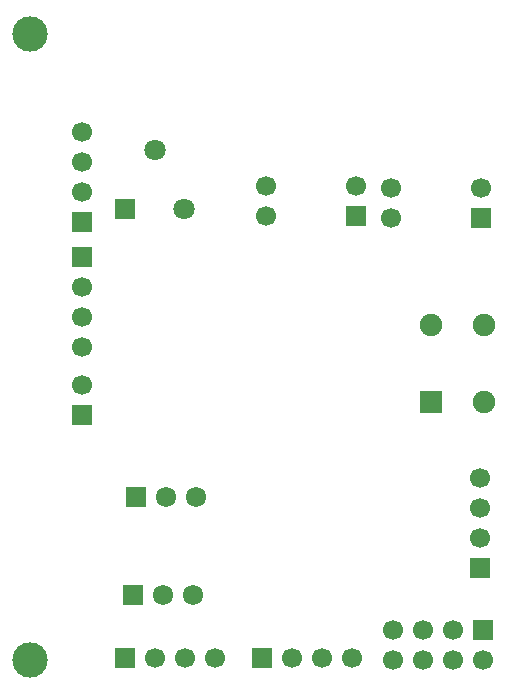
<source format=gbr>
G04 DipTrace 3.1.0.1*
G04 mask-bottom.gbr*
%MOIN*%
G04 #@! TF.FileFunction,Soldermask,Bot*
G04 #@! TF.Part,Single*
%ADD32R,0.066929X0.066929*%
%ADD33C,0.066929*%
%ADD48C,0.11811*%
%ADD57C,0.066929*%
%ADD71C,0.074803*%
%ADD72R,0.074803X0.074803*%
%ADD73C,0.070866*%
%ADD75R,0.070866X0.070866*%
%ADD81C,0.067874*%
%ADD83R,0.067874X0.067874*%
%FSLAX26Y26*%
G04*
G70*
G90*
G75*
G01*
G04 BotMask*
%LPD*%
D83*
X840751Y712417D3*
D81*
X940751D3*
X1040751D3*
D83*
X853249Y1037383D3*
D81*
X953249D3*
X1053249D3*
D32*
X2009409Y593690D3*
D33*
Y493690D3*
X1909409Y593690D3*
Y493690D3*
X1809409Y593690D3*
Y493690D3*
X1709409Y593690D3*
Y493690D3*
D32*
X1996879Y799908D3*
D33*
Y899908D3*
Y999908D3*
Y1099908D3*
D75*
X815753Y1996661D3*
D73*
X914178Y2193512D3*
X1012604Y1996661D3*
D32*
X670093Y1312349D3*
D33*
Y1412349D3*
D32*
Y1956037D3*
D33*
Y2056037D3*
Y2156037D3*
Y2256037D3*
D72*
X1834396Y1356100D3*
D71*
X2011562D3*
Y1612005D3*
X1834396D3*
D32*
X670093Y1837299D3*
D33*
Y1737299D3*
Y1637299D3*
Y1537299D3*
D32*
X1271955Y499940D3*
D33*
X1371955D3*
X1471955D3*
X1571955D3*
D32*
X815753D3*
D33*
X915753D3*
X1015753D3*
X1115753D3*
D32*
X1584423Y1974785D3*
D57*
Y2074785D3*
X1284423D3*
Y1974785D3*
D32*
X2003129Y1968535D3*
D57*
Y2068535D3*
X1703129D3*
Y1968535D3*
D48*
X497631Y2581442D3*
Y495449D3*
M02*

</source>
